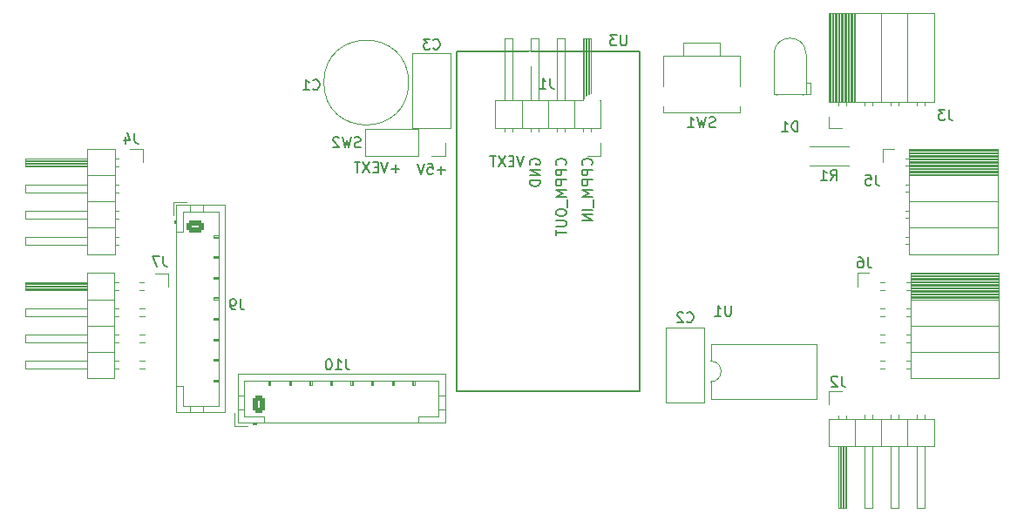
<source format=gbr>
%TF.GenerationSoftware,KiCad,Pcbnew,7.0.5*%
%TF.CreationDate,2023-08-30T18:26:20+02:00*%
%TF.ProjectId,Angle&Ana,416e676c-6526-4416-9e61-2e6b69636164,1.0*%
%TF.SameCoordinates,Original*%
%TF.FileFunction,Legend,Bot*%
%TF.FilePolarity,Positive*%
%FSLAX46Y46*%
G04 Gerber Fmt 4.6, Leading zero omitted, Abs format (unit mm)*
G04 Created by KiCad (PCBNEW 7.0.5) date 2023-08-30 18:26:20*
%MOMM*%
%LPD*%
G01*
G04 APERTURE LIST*
G04 Aperture macros list*
%AMRoundRect*
0 Rectangle with rounded corners*
0 $1 Rounding radius*
0 $2 $3 $4 $5 $6 $7 $8 $9 X,Y pos of 4 corners*
0 Add a 4 corners polygon primitive as box body*
4,1,4,$2,$3,$4,$5,$6,$7,$8,$9,$2,$3,0*
0 Add four circle primitives for the rounded corners*
1,1,$1+$1,$2,$3*
1,1,$1+$1,$4,$5*
1,1,$1+$1,$6,$7*
1,1,$1+$1,$8,$9*
0 Add four rect primitives between the rounded corners*
20,1,$1+$1,$2,$3,$4,$5,0*
20,1,$1+$1,$4,$5,$6,$7,0*
20,1,$1+$1,$6,$7,$8,$9,0*
20,1,$1+$1,$8,$9,$2,$3,0*%
%AMHorizOval*
0 Thick line with rounded ends*
0 $1 width*
0 $2 $3 position (X,Y) of the first rounded end (center of the circle)*
0 $4 $5 position (X,Y) of the second rounded end (center of the circle)*
0 Add line between two ends*
20,1,$1,$2,$3,$4,$5,0*
0 Add two circle primitives to create the rounded ends*
1,1,$1,$2,$3*
1,1,$1,$4,$5*%
%AMRotRect*
0 Rectangle, with rotation*
0 The origin of the aperture is its center*
0 $1 length*
0 $2 width*
0 $3 Rotation angle, in degrees counterclockwise*
0 Add horizontal line*
21,1,$1,$2,0,0,$3*%
G04 Aperture macros list end*
%ADD10C,0.150000*%
%ADD11C,0.120000*%
%ADD12HorizOval,1.700000X0.000000X0.000000X0.000000X0.000000X0*%
%ADD13RotRect,1.700000X1.700000X315.000000*%
%ADD14C,1.524000*%
%ADD15O,1.700000X1.700000*%
%ADD16R,1.700000X1.700000*%
%ADD17C,1.600000*%
%ADD18O,1.600000X1.600000*%
%ADD19R,1.600000X1.600000*%
%ADD20O,1.200000X1.750000*%
%ADD21RoundRect,0.250000X-0.350000X-0.625000X0.350000X-0.625000X0.350000X0.625000X-0.350000X0.625000X0*%
%ADD22O,1.750000X1.200000*%
%ADD23RoundRect,0.250000X-0.625000X0.350000X-0.625000X-0.350000X0.625000X-0.350000X0.625000X0.350000X0*%
%ADD24C,1.800000*%
%ADD25R,1.800000X1.800000*%
%ADD26C,2.000000*%
%ADD27C,1.727200*%
%ADD28R,1.727200X1.727200*%
%ADD29O,1.400000X1.400000*%
%ADD30C,1.400000*%
G04 APERTURE END LIST*
D10*
X30016220Y22736134D02*
X29254316Y22736134D01*
X29635268Y22355181D02*
X29635268Y23117086D01*
X28301935Y23355181D02*
X28778125Y23355181D01*
X28778125Y23355181D02*
X28825744Y22878991D01*
X28825744Y22878991D02*
X28778125Y22926610D01*
X28778125Y22926610D02*
X28682887Y22974229D01*
X28682887Y22974229D02*
X28444792Y22974229D01*
X28444792Y22974229D02*
X28349554Y22926610D01*
X28349554Y22926610D02*
X28301935Y22878991D01*
X28301935Y22878991D02*
X28254316Y22783753D01*
X28254316Y22783753D02*
X28254316Y22545658D01*
X28254316Y22545658D02*
X28301935Y22450420D01*
X28301935Y22450420D02*
X28349554Y22402800D01*
X28349554Y22402800D02*
X28444792Y22355181D01*
X28444792Y22355181D02*
X28682887Y22355181D01*
X28682887Y22355181D02*
X28778125Y22402800D01*
X28778125Y22402800D02*
X28825744Y22450420D01*
X27968601Y23355181D02*
X27635268Y22355181D01*
X27635268Y22355181D02*
X27301935Y23355181D01*
X44224580Y23221793D02*
X44272200Y23269412D01*
X44272200Y23269412D02*
X44319819Y23412269D01*
X44319819Y23412269D02*
X44319819Y23507507D01*
X44319819Y23507507D02*
X44272200Y23650364D01*
X44272200Y23650364D02*
X44176961Y23745602D01*
X44176961Y23745602D02*
X44081723Y23793221D01*
X44081723Y23793221D02*
X43891247Y23840840D01*
X43891247Y23840840D02*
X43748390Y23840840D01*
X43748390Y23840840D02*
X43557914Y23793221D01*
X43557914Y23793221D02*
X43462676Y23745602D01*
X43462676Y23745602D02*
X43367438Y23650364D01*
X43367438Y23650364D02*
X43319819Y23507507D01*
X43319819Y23507507D02*
X43319819Y23412269D01*
X43319819Y23412269D02*
X43367438Y23269412D01*
X43367438Y23269412D02*
X43415057Y23221793D01*
X44319819Y22793221D02*
X43319819Y22793221D01*
X43319819Y22793221D02*
X43319819Y22412269D01*
X43319819Y22412269D02*
X43367438Y22317031D01*
X43367438Y22317031D02*
X43415057Y22269412D01*
X43415057Y22269412D02*
X43510295Y22221793D01*
X43510295Y22221793D02*
X43653152Y22221793D01*
X43653152Y22221793D02*
X43748390Y22269412D01*
X43748390Y22269412D02*
X43796009Y22317031D01*
X43796009Y22317031D02*
X43843628Y22412269D01*
X43843628Y22412269D02*
X43843628Y22793221D01*
X44319819Y21793221D02*
X43319819Y21793221D01*
X43319819Y21793221D02*
X43319819Y21412269D01*
X43319819Y21412269D02*
X43367438Y21317031D01*
X43367438Y21317031D02*
X43415057Y21269412D01*
X43415057Y21269412D02*
X43510295Y21221793D01*
X43510295Y21221793D02*
X43653152Y21221793D01*
X43653152Y21221793D02*
X43748390Y21269412D01*
X43748390Y21269412D02*
X43796009Y21317031D01*
X43796009Y21317031D02*
X43843628Y21412269D01*
X43843628Y21412269D02*
X43843628Y21793221D01*
X44319819Y20793221D02*
X43319819Y20793221D01*
X43319819Y20793221D02*
X44034104Y20459888D01*
X44034104Y20459888D02*
X43319819Y20126555D01*
X43319819Y20126555D02*
X44319819Y20126555D01*
X44415057Y19888459D02*
X44415057Y19126555D01*
X44319819Y18888459D02*
X43319819Y18888459D01*
X44319819Y18412269D02*
X43319819Y18412269D01*
X43319819Y18412269D02*
X44319819Y17840841D01*
X44319819Y17840841D02*
X43319819Y17840841D01*
X41684580Y23221793D02*
X41732200Y23269412D01*
X41732200Y23269412D02*
X41779819Y23412269D01*
X41779819Y23412269D02*
X41779819Y23507507D01*
X41779819Y23507507D02*
X41732200Y23650364D01*
X41732200Y23650364D02*
X41636961Y23745602D01*
X41636961Y23745602D02*
X41541723Y23793221D01*
X41541723Y23793221D02*
X41351247Y23840840D01*
X41351247Y23840840D02*
X41208390Y23840840D01*
X41208390Y23840840D02*
X41017914Y23793221D01*
X41017914Y23793221D02*
X40922676Y23745602D01*
X40922676Y23745602D02*
X40827438Y23650364D01*
X40827438Y23650364D02*
X40779819Y23507507D01*
X40779819Y23507507D02*
X40779819Y23412269D01*
X40779819Y23412269D02*
X40827438Y23269412D01*
X40827438Y23269412D02*
X40875057Y23221793D01*
X41779819Y22793221D02*
X40779819Y22793221D01*
X40779819Y22793221D02*
X40779819Y22412269D01*
X40779819Y22412269D02*
X40827438Y22317031D01*
X40827438Y22317031D02*
X40875057Y22269412D01*
X40875057Y22269412D02*
X40970295Y22221793D01*
X40970295Y22221793D02*
X41113152Y22221793D01*
X41113152Y22221793D02*
X41208390Y22269412D01*
X41208390Y22269412D02*
X41256009Y22317031D01*
X41256009Y22317031D02*
X41303628Y22412269D01*
X41303628Y22412269D02*
X41303628Y22793221D01*
X41779819Y21793221D02*
X40779819Y21793221D01*
X40779819Y21793221D02*
X40779819Y21412269D01*
X40779819Y21412269D02*
X40827438Y21317031D01*
X40827438Y21317031D02*
X40875057Y21269412D01*
X40875057Y21269412D02*
X40970295Y21221793D01*
X40970295Y21221793D02*
X41113152Y21221793D01*
X41113152Y21221793D02*
X41208390Y21269412D01*
X41208390Y21269412D02*
X41256009Y21317031D01*
X41256009Y21317031D02*
X41303628Y21412269D01*
X41303628Y21412269D02*
X41303628Y21793221D01*
X41779819Y20793221D02*
X40779819Y20793221D01*
X40779819Y20793221D02*
X41494104Y20459888D01*
X41494104Y20459888D02*
X40779819Y20126555D01*
X40779819Y20126555D02*
X41779819Y20126555D01*
X41875057Y19888459D02*
X41875057Y19126555D01*
X40779819Y18697983D02*
X40779819Y18507507D01*
X40779819Y18507507D02*
X40827438Y18412269D01*
X40827438Y18412269D02*
X40922676Y18317031D01*
X40922676Y18317031D02*
X41113152Y18269412D01*
X41113152Y18269412D02*
X41446485Y18269412D01*
X41446485Y18269412D02*
X41636961Y18317031D01*
X41636961Y18317031D02*
X41732200Y18412269D01*
X41732200Y18412269D02*
X41779819Y18507507D01*
X41779819Y18507507D02*
X41779819Y18697983D01*
X41779819Y18697983D02*
X41732200Y18793221D01*
X41732200Y18793221D02*
X41636961Y18888459D01*
X41636961Y18888459D02*
X41446485Y18936078D01*
X41446485Y18936078D02*
X41113152Y18936078D01*
X41113152Y18936078D02*
X40922676Y18888459D01*
X40922676Y18888459D02*
X40827438Y18793221D01*
X40827438Y18793221D02*
X40779819Y18697983D01*
X40779819Y17840840D02*
X41589342Y17840840D01*
X41589342Y17840840D02*
X41684580Y17793221D01*
X41684580Y17793221D02*
X41732200Y17745602D01*
X41732200Y17745602D02*
X41779819Y17650364D01*
X41779819Y17650364D02*
X41779819Y17459888D01*
X41779819Y17459888D02*
X41732200Y17364650D01*
X41732200Y17364650D02*
X41684580Y17317031D01*
X41684580Y17317031D02*
X41589342Y17269412D01*
X41589342Y17269412D02*
X40779819Y17269412D01*
X40779819Y16936078D02*
X40779819Y16364650D01*
X41779819Y16650364D02*
X40779819Y16650364D01*
X38287438Y23269412D02*
X38239819Y23364650D01*
X38239819Y23364650D02*
X38239819Y23507507D01*
X38239819Y23507507D02*
X38287438Y23650364D01*
X38287438Y23650364D02*
X38382676Y23745602D01*
X38382676Y23745602D02*
X38477914Y23793221D01*
X38477914Y23793221D02*
X38668390Y23840840D01*
X38668390Y23840840D02*
X38811247Y23840840D01*
X38811247Y23840840D02*
X39001723Y23793221D01*
X39001723Y23793221D02*
X39096961Y23745602D01*
X39096961Y23745602D02*
X39192200Y23650364D01*
X39192200Y23650364D02*
X39239819Y23507507D01*
X39239819Y23507507D02*
X39239819Y23412269D01*
X39239819Y23412269D02*
X39192200Y23269412D01*
X39192200Y23269412D02*
X39144580Y23221793D01*
X39144580Y23221793D02*
X38811247Y23221793D01*
X38811247Y23221793D02*
X38811247Y23412269D01*
X39239819Y22793221D02*
X38239819Y22793221D01*
X38239819Y22793221D02*
X39239819Y22221793D01*
X39239819Y22221793D02*
X38239819Y22221793D01*
X39239819Y21745602D02*
X38239819Y21745602D01*
X38239819Y21745602D02*
X38239819Y21507507D01*
X38239819Y21507507D02*
X38287438Y21364650D01*
X38287438Y21364650D02*
X38382676Y21269412D01*
X38382676Y21269412D02*
X38477914Y21221793D01*
X38477914Y21221793D02*
X38668390Y21174174D01*
X38668390Y21174174D02*
X38811247Y21174174D01*
X38811247Y21174174D02*
X39001723Y21221793D01*
X39001723Y21221793D02*
X39096961Y21269412D01*
X39096961Y21269412D02*
X39192200Y21364650D01*
X39192200Y21364650D02*
X39239819Y21507507D01*
X39239819Y21507507D02*
X39239819Y21745602D01*
X25571220Y22863134D02*
X24809316Y22863134D01*
X25190268Y22482181D02*
X25190268Y23244086D01*
X24475982Y23482181D02*
X24142649Y22482181D01*
X24142649Y22482181D02*
X23809316Y23482181D01*
X23475982Y23005991D02*
X23142649Y23005991D01*
X22999792Y22482181D02*
X23475982Y22482181D01*
X23475982Y22482181D02*
X23475982Y23482181D01*
X23475982Y23482181D02*
X22999792Y23482181D01*
X22666458Y23482181D02*
X21999792Y22482181D01*
X21999792Y23482181D02*
X22666458Y22482181D01*
X21761696Y23482181D02*
X21190268Y23482181D01*
X21475982Y22482181D02*
X21475982Y23482181D01*
X37652077Y24117181D02*
X37318744Y23117181D01*
X37318744Y23117181D02*
X36985411Y24117181D01*
X36652077Y23640991D02*
X36318744Y23640991D01*
X36175887Y23117181D02*
X36652077Y23117181D01*
X36652077Y23117181D02*
X36652077Y24117181D01*
X36652077Y24117181D02*
X36175887Y24117181D01*
X35842553Y24117181D02*
X35175887Y23117181D01*
X35175887Y24117181D02*
X35842553Y23117181D01*
X34937791Y24117181D02*
X34366363Y24117181D01*
X34652077Y23117181D02*
X34652077Y24117181D01*
%TO.C,J7*%
X2619333Y14388181D02*
X2619333Y13673896D01*
X2619333Y13673896D02*
X2666952Y13531039D01*
X2666952Y13531039D02*
X2762190Y13435800D01*
X2762190Y13435800D02*
X2905047Y13388181D01*
X2905047Y13388181D02*
X3000285Y13388181D01*
X2238380Y14388181D02*
X1571714Y14388181D01*
X1571714Y14388181D02*
X2000285Y13388181D01*
%TO.C,C2*%
X53506666Y8022420D02*
X53554285Y7974800D01*
X53554285Y7974800D02*
X53697142Y7927181D01*
X53697142Y7927181D02*
X53792380Y7927181D01*
X53792380Y7927181D02*
X53935237Y7974800D01*
X53935237Y7974800D02*
X54030475Y8070039D01*
X54030475Y8070039D02*
X54078094Y8165277D01*
X54078094Y8165277D02*
X54125713Y8355753D01*
X54125713Y8355753D02*
X54125713Y8498610D01*
X54125713Y8498610D02*
X54078094Y8689086D01*
X54078094Y8689086D02*
X54030475Y8784324D01*
X54030475Y8784324D02*
X53935237Y8879562D01*
X53935237Y8879562D02*
X53792380Y8927181D01*
X53792380Y8927181D02*
X53697142Y8927181D01*
X53697142Y8927181D02*
X53554285Y8879562D01*
X53554285Y8879562D02*
X53506666Y8831943D01*
X53125713Y8831943D02*
X53078094Y8879562D01*
X53078094Y8879562D02*
X52982856Y8927181D01*
X52982856Y8927181D02*
X52744761Y8927181D01*
X52744761Y8927181D02*
X52649523Y8879562D01*
X52649523Y8879562D02*
X52601904Y8831943D01*
X52601904Y8831943D02*
X52554285Y8736705D01*
X52554285Y8736705D02*
X52554285Y8641467D01*
X52554285Y8641467D02*
X52601904Y8498610D01*
X52601904Y8498610D02*
X53173332Y7927181D01*
X53173332Y7927181D02*
X52554285Y7927181D01*
%TO.C,C3*%
X28868666Y34565420D02*
X28916285Y34517800D01*
X28916285Y34517800D02*
X29059142Y34470181D01*
X29059142Y34470181D02*
X29154380Y34470181D01*
X29154380Y34470181D02*
X29297237Y34517800D01*
X29297237Y34517800D02*
X29392475Y34613039D01*
X29392475Y34613039D02*
X29440094Y34708277D01*
X29440094Y34708277D02*
X29487713Y34898753D01*
X29487713Y34898753D02*
X29487713Y35041610D01*
X29487713Y35041610D02*
X29440094Y35232086D01*
X29440094Y35232086D02*
X29392475Y35327324D01*
X29392475Y35327324D02*
X29297237Y35422562D01*
X29297237Y35422562D02*
X29154380Y35470181D01*
X29154380Y35470181D02*
X29059142Y35470181D01*
X29059142Y35470181D02*
X28916285Y35422562D01*
X28916285Y35422562D02*
X28868666Y35374943D01*
X28535332Y35470181D02*
X27916285Y35470181D01*
X27916285Y35470181D02*
X28249618Y35089229D01*
X28249618Y35089229D02*
X28106761Y35089229D01*
X28106761Y35089229D02*
X28011523Y35041610D01*
X28011523Y35041610D02*
X27963904Y34993991D01*
X27963904Y34993991D02*
X27916285Y34898753D01*
X27916285Y34898753D02*
X27916285Y34660658D01*
X27916285Y34660658D02*
X27963904Y34565420D01*
X27963904Y34565420D02*
X28011523Y34517800D01*
X28011523Y34517800D02*
X28106761Y34470181D01*
X28106761Y34470181D02*
X28392475Y34470181D01*
X28392475Y34470181D02*
X28487713Y34517800D01*
X28487713Y34517800D02*
X28535332Y34565420D01*
%TO.C,U1*%
X57784904Y9562181D02*
X57784904Y8752658D01*
X57784904Y8752658D02*
X57737285Y8657420D01*
X57737285Y8657420D02*
X57689666Y8609800D01*
X57689666Y8609800D02*
X57594428Y8562181D01*
X57594428Y8562181D02*
X57403952Y8562181D01*
X57403952Y8562181D02*
X57308714Y8609800D01*
X57308714Y8609800D02*
X57261095Y8657420D01*
X57261095Y8657420D02*
X57213476Y8752658D01*
X57213476Y8752658D02*
X57213476Y9562181D01*
X56213476Y8562181D02*
X56784904Y8562181D01*
X56499190Y8562181D02*
X56499190Y9562181D01*
X56499190Y9562181D02*
X56594428Y9419324D01*
X56594428Y9419324D02*
X56689666Y9324086D01*
X56689666Y9324086D02*
X56784904Y9276467D01*
%TO.C,J10*%
X20367523Y4355181D02*
X20367523Y3640896D01*
X20367523Y3640896D02*
X20415142Y3498039D01*
X20415142Y3498039D02*
X20510380Y3402800D01*
X20510380Y3402800D02*
X20653237Y3355181D01*
X20653237Y3355181D02*
X20748475Y3355181D01*
X19367523Y3355181D02*
X19938951Y3355181D01*
X19653237Y3355181D02*
X19653237Y4355181D01*
X19653237Y4355181D02*
X19748475Y4212324D01*
X19748475Y4212324D02*
X19843713Y4117086D01*
X19843713Y4117086D02*
X19938951Y4069467D01*
X18748475Y4355181D02*
X18653237Y4355181D01*
X18653237Y4355181D02*
X18557999Y4307562D01*
X18557999Y4307562D02*
X18510380Y4259943D01*
X18510380Y4259943D02*
X18462761Y4164705D01*
X18462761Y4164705D02*
X18415142Y3974229D01*
X18415142Y3974229D02*
X18415142Y3736134D01*
X18415142Y3736134D02*
X18462761Y3545658D01*
X18462761Y3545658D02*
X18510380Y3450420D01*
X18510380Y3450420D02*
X18557999Y3402800D01*
X18557999Y3402800D02*
X18653237Y3355181D01*
X18653237Y3355181D02*
X18748475Y3355181D01*
X18748475Y3355181D02*
X18843713Y3402800D01*
X18843713Y3402800D02*
X18891332Y3450420D01*
X18891332Y3450420D02*
X18938951Y3545658D01*
X18938951Y3545658D02*
X18986570Y3736134D01*
X18986570Y3736134D02*
X18986570Y3974229D01*
X18986570Y3974229D02*
X18938951Y4164705D01*
X18938951Y4164705D02*
X18891332Y4259943D01*
X18891332Y4259943D02*
X18843713Y4307562D01*
X18843713Y4307562D02*
X18748475Y4355181D01*
%TO.C,SW2*%
X21780332Y24992800D02*
X21637475Y24945181D01*
X21637475Y24945181D02*
X21399380Y24945181D01*
X21399380Y24945181D02*
X21304142Y24992800D01*
X21304142Y24992800D02*
X21256523Y25040420D01*
X21256523Y25040420D02*
X21208904Y25135658D01*
X21208904Y25135658D02*
X21208904Y25230896D01*
X21208904Y25230896D02*
X21256523Y25326134D01*
X21256523Y25326134D02*
X21304142Y25373753D01*
X21304142Y25373753D02*
X21399380Y25421372D01*
X21399380Y25421372D02*
X21589856Y25468991D01*
X21589856Y25468991D02*
X21685094Y25516610D01*
X21685094Y25516610D02*
X21732713Y25564229D01*
X21732713Y25564229D02*
X21780332Y25659467D01*
X21780332Y25659467D02*
X21780332Y25754705D01*
X21780332Y25754705D02*
X21732713Y25849943D01*
X21732713Y25849943D02*
X21685094Y25897562D01*
X21685094Y25897562D02*
X21589856Y25945181D01*
X21589856Y25945181D02*
X21351761Y25945181D01*
X21351761Y25945181D02*
X21208904Y25897562D01*
X20875570Y25945181D02*
X20637475Y24945181D01*
X20637475Y24945181D02*
X20446999Y25659467D01*
X20446999Y25659467D02*
X20256523Y24945181D01*
X20256523Y24945181D02*
X20018428Y25945181D01*
X19685094Y25849943D02*
X19637475Y25897562D01*
X19637475Y25897562D02*
X19542237Y25945181D01*
X19542237Y25945181D02*
X19304142Y25945181D01*
X19304142Y25945181D02*
X19208904Y25897562D01*
X19208904Y25897562D02*
X19161285Y25849943D01*
X19161285Y25849943D02*
X19113666Y25754705D01*
X19113666Y25754705D02*
X19113666Y25659467D01*
X19113666Y25659467D02*
X19161285Y25516610D01*
X19161285Y25516610D02*
X19732713Y24945181D01*
X19732713Y24945181D02*
X19113666Y24945181D01*
%TO.C,J3*%
X78946333Y28612181D02*
X78946333Y27897896D01*
X78946333Y27897896D02*
X78993952Y27755039D01*
X78993952Y27755039D02*
X79089190Y27659800D01*
X79089190Y27659800D02*
X79232047Y27612181D01*
X79232047Y27612181D02*
X79327285Y27612181D01*
X78565380Y28612181D02*
X77946333Y28612181D01*
X77946333Y28612181D02*
X78279666Y28231229D01*
X78279666Y28231229D02*
X78136809Y28231229D01*
X78136809Y28231229D02*
X78041571Y28183610D01*
X78041571Y28183610D02*
X77993952Y28135991D01*
X77993952Y28135991D02*
X77946333Y28040753D01*
X77946333Y28040753D02*
X77946333Y27802658D01*
X77946333Y27802658D02*
X77993952Y27707420D01*
X77993952Y27707420D02*
X78041571Y27659800D01*
X78041571Y27659800D02*
X78136809Y27612181D01*
X78136809Y27612181D02*
X78422523Y27612181D01*
X78422523Y27612181D02*
X78517761Y27659800D01*
X78517761Y27659800D02*
X78565380Y27707420D01*
%TO.C,C1*%
X17184666Y30628420D02*
X17232285Y30580800D01*
X17232285Y30580800D02*
X17375142Y30533181D01*
X17375142Y30533181D02*
X17470380Y30533181D01*
X17470380Y30533181D02*
X17613237Y30580800D01*
X17613237Y30580800D02*
X17708475Y30676039D01*
X17708475Y30676039D02*
X17756094Y30771277D01*
X17756094Y30771277D02*
X17803713Y30961753D01*
X17803713Y30961753D02*
X17803713Y31104610D01*
X17803713Y31104610D02*
X17756094Y31295086D01*
X17756094Y31295086D02*
X17708475Y31390324D01*
X17708475Y31390324D02*
X17613237Y31485562D01*
X17613237Y31485562D02*
X17470380Y31533181D01*
X17470380Y31533181D02*
X17375142Y31533181D01*
X17375142Y31533181D02*
X17232285Y31485562D01*
X17232285Y31485562D02*
X17184666Y31437943D01*
X16232285Y30533181D02*
X16803713Y30533181D01*
X16517999Y30533181D02*
X16517999Y31533181D01*
X16517999Y31533181D02*
X16613237Y31390324D01*
X16613237Y31390324D02*
X16708475Y31295086D01*
X16708475Y31295086D02*
X16803713Y31247467D01*
%TO.C,J9*%
X10112333Y10197181D02*
X10112333Y9482896D01*
X10112333Y9482896D02*
X10159952Y9340039D01*
X10159952Y9340039D02*
X10255190Y9244800D01*
X10255190Y9244800D02*
X10398047Y9197181D01*
X10398047Y9197181D02*
X10493285Y9197181D01*
X9588523Y9197181D02*
X9398047Y9197181D01*
X9398047Y9197181D02*
X9302809Y9244800D01*
X9302809Y9244800D02*
X9255190Y9292420D01*
X9255190Y9292420D02*
X9159952Y9435277D01*
X9159952Y9435277D02*
X9112333Y9625753D01*
X9112333Y9625753D02*
X9112333Y10006705D01*
X9112333Y10006705D02*
X9159952Y10101943D01*
X9159952Y10101943D02*
X9207571Y10149562D01*
X9207571Y10149562D02*
X9302809Y10197181D01*
X9302809Y10197181D02*
X9493285Y10197181D01*
X9493285Y10197181D02*
X9588523Y10149562D01*
X9588523Y10149562D02*
X9636142Y10101943D01*
X9636142Y10101943D02*
X9683761Y10006705D01*
X9683761Y10006705D02*
X9683761Y9768610D01*
X9683761Y9768610D02*
X9636142Y9673372D01*
X9636142Y9673372D02*
X9588523Y9625753D01*
X9588523Y9625753D02*
X9493285Y9578134D01*
X9493285Y9578134D02*
X9302809Y9578134D01*
X9302809Y9578134D02*
X9207571Y9625753D01*
X9207571Y9625753D02*
X9159952Y9673372D01*
X9159952Y9673372D02*
X9112333Y9768610D01*
%TO.C,J6*%
X71072333Y14261181D02*
X71072333Y13546896D01*
X71072333Y13546896D02*
X71119952Y13404039D01*
X71119952Y13404039D02*
X71215190Y13308800D01*
X71215190Y13308800D02*
X71358047Y13261181D01*
X71358047Y13261181D02*
X71453285Y13261181D01*
X70167571Y14261181D02*
X70358047Y14261181D01*
X70358047Y14261181D02*
X70453285Y14213562D01*
X70453285Y14213562D02*
X70500904Y14165943D01*
X70500904Y14165943D02*
X70596142Y14023086D01*
X70596142Y14023086D02*
X70643761Y13832610D01*
X70643761Y13832610D02*
X70643761Y13451658D01*
X70643761Y13451658D02*
X70596142Y13356420D01*
X70596142Y13356420D02*
X70548523Y13308800D01*
X70548523Y13308800D02*
X70453285Y13261181D01*
X70453285Y13261181D02*
X70262809Y13261181D01*
X70262809Y13261181D02*
X70167571Y13308800D01*
X70167571Y13308800D02*
X70119952Y13356420D01*
X70119952Y13356420D02*
X70072333Y13451658D01*
X70072333Y13451658D02*
X70072333Y13689753D01*
X70072333Y13689753D02*
X70119952Y13784991D01*
X70119952Y13784991D02*
X70167571Y13832610D01*
X70167571Y13832610D02*
X70262809Y13880229D01*
X70262809Y13880229D02*
X70453285Y13880229D01*
X70453285Y13880229D02*
X70548523Y13832610D01*
X70548523Y13832610D02*
X70596142Y13784991D01*
X70596142Y13784991D02*
X70643761Y13689753D01*
%TO.C,D1*%
X64258094Y26510181D02*
X64258094Y27510181D01*
X64258094Y27510181D02*
X64019999Y27510181D01*
X64019999Y27510181D02*
X63877142Y27462562D01*
X63877142Y27462562D02*
X63781904Y27367324D01*
X63781904Y27367324D02*
X63734285Y27272086D01*
X63734285Y27272086D02*
X63686666Y27081610D01*
X63686666Y27081610D02*
X63686666Y26938753D01*
X63686666Y26938753D02*
X63734285Y26748277D01*
X63734285Y26748277D02*
X63781904Y26653039D01*
X63781904Y26653039D02*
X63877142Y26557800D01*
X63877142Y26557800D02*
X64019999Y26510181D01*
X64019999Y26510181D02*
X64258094Y26510181D01*
X62734285Y26510181D02*
X63305713Y26510181D01*
X63019999Y26510181D02*
X63019999Y27510181D01*
X63019999Y27510181D02*
X63115237Y27367324D01*
X63115237Y27367324D02*
X63210475Y27272086D01*
X63210475Y27272086D02*
X63305713Y27224467D01*
%TO.C,SW1*%
X56253332Y26937800D02*
X56110475Y26890181D01*
X56110475Y26890181D02*
X55872380Y26890181D01*
X55872380Y26890181D02*
X55777142Y26937800D01*
X55777142Y26937800D02*
X55729523Y26985420D01*
X55729523Y26985420D02*
X55681904Y27080658D01*
X55681904Y27080658D02*
X55681904Y27175896D01*
X55681904Y27175896D02*
X55729523Y27271134D01*
X55729523Y27271134D02*
X55777142Y27318753D01*
X55777142Y27318753D02*
X55872380Y27366372D01*
X55872380Y27366372D02*
X56062856Y27413991D01*
X56062856Y27413991D02*
X56158094Y27461610D01*
X56158094Y27461610D02*
X56205713Y27509229D01*
X56205713Y27509229D02*
X56253332Y27604467D01*
X56253332Y27604467D02*
X56253332Y27699705D01*
X56253332Y27699705D02*
X56205713Y27794943D01*
X56205713Y27794943D02*
X56158094Y27842562D01*
X56158094Y27842562D02*
X56062856Y27890181D01*
X56062856Y27890181D02*
X55824761Y27890181D01*
X55824761Y27890181D02*
X55681904Y27842562D01*
X55348570Y27890181D02*
X55110475Y26890181D01*
X55110475Y26890181D02*
X54919999Y27604467D01*
X54919999Y27604467D02*
X54729523Y26890181D01*
X54729523Y26890181D02*
X54491428Y27890181D01*
X53586666Y26890181D02*
X54158094Y26890181D01*
X53872380Y26890181D02*
X53872380Y27890181D01*
X53872380Y27890181D02*
X53967618Y27747324D01*
X53967618Y27747324D02*
X54062856Y27652086D01*
X54062856Y27652086D02*
X54158094Y27604467D01*
%TO.C,U3*%
X47624904Y35851181D02*
X47624904Y35041658D01*
X47624904Y35041658D02*
X47577285Y34946420D01*
X47577285Y34946420D02*
X47529666Y34898800D01*
X47529666Y34898800D02*
X47434428Y34851181D01*
X47434428Y34851181D02*
X47243952Y34851181D01*
X47243952Y34851181D02*
X47148714Y34898800D01*
X47148714Y34898800D02*
X47101095Y34946420D01*
X47101095Y34946420D02*
X47053476Y35041658D01*
X47053476Y35041658D02*
X47053476Y35851181D01*
X46672523Y35851181D02*
X46053476Y35851181D01*
X46053476Y35851181D02*
X46386809Y35470229D01*
X46386809Y35470229D02*
X46243952Y35470229D01*
X46243952Y35470229D02*
X46148714Y35422610D01*
X46148714Y35422610D02*
X46101095Y35374991D01*
X46101095Y35374991D02*
X46053476Y35279753D01*
X46053476Y35279753D02*
X46053476Y35041658D01*
X46053476Y35041658D02*
X46101095Y34946420D01*
X46101095Y34946420D02*
X46148714Y34898800D01*
X46148714Y34898800D02*
X46243952Y34851181D01*
X46243952Y34851181D02*
X46529666Y34851181D01*
X46529666Y34851181D02*
X46624904Y34898800D01*
X46624904Y34898800D02*
X46672523Y34946420D01*
%TO.C,J1*%
X40211333Y31660181D02*
X40211333Y30945896D01*
X40211333Y30945896D02*
X40258952Y30803039D01*
X40258952Y30803039D02*
X40354190Y30707800D01*
X40354190Y30707800D02*
X40497047Y30660181D01*
X40497047Y30660181D02*
X40592285Y30660181D01*
X39211333Y30660181D02*
X39782761Y30660181D01*
X39497047Y30660181D02*
X39497047Y31660181D01*
X39497047Y31660181D02*
X39592285Y31517324D01*
X39592285Y31517324D02*
X39687523Y31422086D01*
X39687523Y31422086D02*
X39782761Y31374467D01*
%TO.C,J5*%
X71834333Y22262181D02*
X71834333Y21547896D01*
X71834333Y21547896D02*
X71881952Y21405039D01*
X71881952Y21405039D02*
X71977190Y21309800D01*
X71977190Y21309800D02*
X72120047Y21262181D01*
X72120047Y21262181D02*
X72215285Y21262181D01*
X70881952Y22262181D02*
X71358142Y22262181D01*
X71358142Y22262181D02*
X71405761Y21785991D01*
X71405761Y21785991D02*
X71358142Y21833610D01*
X71358142Y21833610D02*
X71262904Y21881229D01*
X71262904Y21881229D02*
X71024809Y21881229D01*
X71024809Y21881229D02*
X70929571Y21833610D01*
X70929571Y21833610D02*
X70881952Y21785991D01*
X70881952Y21785991D02*
X70834333Y21690753D01*
X70834333Y21690753D02*
X70834333Y21452658D01*
X70834333Y21452658D02*
X70881952Y21357420D01*
X70881952Y21357420D02*
X70929571Y21309800D01*
X70929571Y21309800D02*
X71024809Y21262181D01*
X71024809Y21262181D02*
X71262904Y21262181D01*
X71262904Y21262181D02*
X71358142Y21309800D01*
X71358142Y21309800D02*
X71405761Y21357420D01*
%TO.C,R1*%
X67476666Y21755181D02*
X67809999Y22231372D01*
X68048094Y21755181D02*
X68048094Y22755181D01*
X68048094Y22755181D02*
X67667142Y22755181D01*
X67667142Y22755181D02*
X67571904Y22707562D01*
X67571904Y22707562D02*
X67524285Y22659943D01*
X67524285Y22659943D02*
X67476666Y22564705D01*
X67476666Y22564705D02*
X67476666Y22421848D01*
X67476666Y22421848D02*
X67524285Y22326610D01*
X67524285Y22326610D02*
X67571904Y22278991D01*
X67571904Y22278991D02*
X67667142Y22231372D01*
X67667142Y22231372D02*
X68048094Y22231372D01*
X66524285Y21755181D02*
X67095713Y21755181D01*
X66809999Y21755181D02*
X66809999Y22755181D01*
X66809999Y22755181D02*
X66905237Y22612324D01*
X66905237Y22612324D02*
X67000475Y22517086D01*
X67000475Y22517086D02*
X67095713Y22469467D01*
%TO.C,J4*%
X-174667Y26326181D02*
X-174667Y25611896D01*
X-174667Y25611896D02*
X-127048Y25469039D01*
X-127048Y25469039D02*
X-31810Y25373800D01*
X-31810Y25373800D02*
X111047Y25326181D01*
X111047Y25326181D02*
X206285Y25326181D01*
X-1079429Y25992848D02*
X-1079429Y25326181D01*
X-841334Y26373800D02*
X-603239Y25659515D01*
X-603239Y25659515D02*
X-1222286Y25659515D01*
%TO.C,J2*%
X68532333Y2704181D02*
X68532333Y1989896D01*
X68532333Y1989896D02*
X68579952Y1847039D01*
X68579952Y1847039D02*
X68675190Y1751800D01*
X68675190Y1751800D02*
X68818047Y1704181D01*
X68818047Y1704181D02*
X68913285Y1704181D01*
X68103761Y2608943D02*
X68056142Y2656562D01*
X68056142Y2656562D02*
X67960904Y2704181D01*
X67960904Y2704181D02*
X67722809Y2704181D01*
X67722809Y2704181D02*
X67627571Y2656562D01*
X67627571Y2656562D02*
X67579952Y2608943D01*
X67579952Y2608943D02*
X67532333Y2513705D01*
X67532333Y2513705D02*
X67532333Y2418467D01*
X67532333Y2418467D02*
X67579952Y2275610D01*
X67579952Y2275610D02*
X68151380Y1704181D01*
X68151380Y1704181D02*
X67532333Y1704181D01*
D11*
%TO.C,J7*%
X-10800000Y11810000D02*
X-10800000Y11050000D01*
X-10800000Y11050000D02*
X-4800000Y11050000D01*
X-10800000Y9270000D02*
X-10800000Y8510000D01*
X-10800000Y8510000D02*
X-4800000Y8510000D01*
X-10800000Y6730000D02*
X-10800000Y5970000D01*
X-10800000Y5970000D02*
X-4800000Y5970000D01*
X-10800000Y4190000D02*
X-10800000Y3430000D01*
X-10800000Y3430000D02*
X-4800000Y3430000D01*
X-4800000Y12760000D02*
X-2140000Y12760000D01*
X-4800000Y11810000D02*
X-10800000Y11810000D01*
X-4800000Y11750000D02*
X-10800000Y11750000D01*
X-4800000Y11630000D02*
X-10800000Y11630000D01*
X-4800000Y11510000D02*
X-10800000Y11510000D01*
X-4800000Y11390000D02*
X-10800000Y11390000D01*
X-4800000Y11270000D02*
X-10800000Y11270000D01*
X-4800000Y11150000D02*
X-10800000Y11150000D01*
X-4800000Y9270000D02*
X-10800000Y9270000D01*
X-4800000Y6730000D02*
X-10800000Y6730000D01*
X-4800000Y4190000D02*
X-10800000Y4190000D01*
X-4800000Y2480000D02*
X-4800000Y12760000D01*
X-2140000Y12760000D02*
X-2140000Y2480000D01*
X-2140000Y10160000D02*
X-4800000Y10160000D01*
X-2140000Y7620000D02*
X-4800000Y7620000D01*
X-2140000Y5080000D02*
X-4800000Y5080000D01*
X-2140000Y2480000D02*
X-4800000Y2480000D01*
X-1742929Y11810000D02*
X-2140000Y11810000D01*
X-1742929Y11050000D02*
X-2140000Y11050000D01*
X-1742929Y9270000D02*
X-2140000Y9270000D01*
X-1742929Y8510000D02*
X-2140000Y8510000D01*
X-1742929Y6730000D02*
X-2140000Y6730000D01*
X-1742929Y5970000D02*
X-2140000Y5970000D01*
X-1742929Y4190000D02*
X-2140000Y4190000D01*
X-1742929Y3430000D02*
X-2140000Y3430000D01*
X730000Y11810000D02*
X342929Y11810000D01*
X730000Y11050000D02*
X342929Y11050000D01*
X797071Y9270000D02*
X342929Y9270000D01*
X797071Y8510000D02*
X342929Y8510000D01*
X797071Y6730000D02*
X342929Y6730000D01*
X797071Y5970000D02*
X342929Y5970000D01*
X797071Y4190000D02*
X342929Y4190000D01*
X797071Y3430000D02*
X342929Y3430000D01*
X3110000Y12700000D02*
X1840000Y12700000D01*
X3110000Y11430000D02*
X3110000Y12700000D01*
%TO.C,C2*%
X55210000Y7390000D02*
X51470000Y7390000D01*
X55210000Y150000D02*
X55210000Y7390000D01*
X55210000Y150000D02*
X51470000Y150000D01*
X51470000Y150000D02*
X51470000Y7390000D01*
%TO.C,C3*%
X26832000Y26860000D02*
X30572000Y26860000D01*
X26832000Y34100000D02*
X26832000Y26860000D01*
X26832000Y34100000D02*
X30572000Y34100000D01*
X30572000Y34100000D02*
X30572000Y26860000D01*
%TO.C,U1*%
X55820000Y2175000D02*
G75*
G03*
X55820000Y4175000I0J1000000D01*
G01*
X55820000Y525000D02*
X55820000Y2175000D01*
X66100000Y525000D02*
X55820000Y525000D01*
X55820000Y4175000D02*
X55820000Y5825000D01*
X55820000Y5825000D02*
X66100000Y5825000D01*
X66100000Y5825000D02*
X66100000Y525000D01*
%TO.C,J10*%
X30000000Y-1810000D02*
X9880000Y-1810000D01*
X30000000Y-500000D02*
X29390000Y-500000D01*
X30000000Y800000D02*
X29390000Y800000D01*
X30000000Y2910000D02*
X30000000Y-1810000D01*
X29390000Y-1200000D02*
X27440000Y-1200000D01*
X29390000Y2300000D02*
X29390000Y-1200000D01*
X27440000Y-1200000D02*
X27440000Y-1810000D01*
X27040000Y1800000D02*
X27040000Y2300000D01*
X26940000Y2300000D02*
X26940000Y1800000D01*
X26840000Y1800000D02*
X27040000Y1800000D01*
X26840000Y2300000D02*
X26840000Y1800000D01*
X25040000Y1800000D02*
X25040000Y2300000D01*
X24940000Y2300000D02*
X24940000Y1800000D01*
X24840000Y1800000D02*
X25040000Y1800000D01*
X24840000Y2300000D02*
X24840000Y1800000D01*
X23040000Y1800000D02*
X23040000Y2300000D01*
X22940000Y2300000D02*
X22940000Y1800000D01*
X22840000Y1800000D02*
X23040000Y1800000D01*
X22840000Y2300000D02*
X22840000Y1800000D01*
X21040000Y1800000D02*
X21040000Y2300000D01*
X20940000Y2300000D02*
X20940000Y1800000D01*
X20840000Y1800000D02*
X21040000Y1800000D01*
X20840000Y2300000D02*
X20840000Y1800000D01*
X19040000Y1800000D02*
X19040000Y2300000D01*
X18940000Y2300000D02*
X18940000Y1800000D01*
X18840000Y1800000D02*
X19040000Y1800000D01*
X18840000Y2300000D02*
X18840000Y1800000D01*
X17040000Y1800000D02*
X17040000Y2300000D01*
X16940000Y2300000D02*
X16940000Y1800000D01*
X16840000Y1800000D02*
X17040000Y1800000D01*
X16840000Y2300000D02*
X16840000Y1800000D01*
X15040000Y1800000D02*
X15040000Y2300000D01*
X14940000Y2300000D02*
X14940000Y1800000D01*
X14840000Y1800000D02*
X15040000Y1800000D01*
X14840000Y2300000D02*
X14840000Y1800000D01*
X13040000Y1800000D02*
X13040000Y2300000D01*
X12940000Y2300000D02*
X12940000Y1800000D01*
X12840000Y1800000D02*
X13040000Y1800000D01*
X12840000Y2300000D02*
X12840000Y1800000D01*
X12440000Y-1810000D02*
X12440000Y-1200000D01*
X12440000Y-1200000D02*
X10490000Y-1200000D01*
X11640000Y-2010000D02*
X11340000Y-2010000D01*
X11640000Y-1910000D02*
X11340000Y-1910000D01*
X11640000Y-1810000D02*
X11640000Y-2010000D01*
X11340000Y-2010000D02*
X11340000Y-1810000D01*
X10830000Y-2110000D02*
X9580000Y-2110000D01*
X10490000Y-1200000D02*
X10490000Y2300000D01*
X10490000Y2300000D02*
X29390000Y2300000D01*
X9880000Y-1810000D02*
X9880000Y2910000D01*
X9880000Y-500000D02*
X10490000Y-500000D01*
X9880000Y800000D02*
X10490000Y800000D01*
X9880000Y2910000D02*
X30000000Y2910000D01*
X9580000Y-2110000D02*
X9580000Y-860000D01*
%TO.C,SW2*%
X27417000Y26730000D02*
X22277000Y26730000D01*
X30017000Y24070000D02*
X30017000Y25400000D01*
X28687000Y24070000D02*
X30017000Y24070000D01*
X27417000Y24070000D02*
X27417000Y26730000D01*
X27417000Y24070000D02*
X22277000Y24070000D01*
X22277000Y24070000D02*
X22277000Y26730000D01*
%TO.C,J3*%
X67250000Y26830000D02*
X68580000Y26830000D01*
X67250000Y27940000D02*
X67250000Y26830000D01*
X67250000Y29400000D02*
X77530000Y29400000D01*
X68220000Y29400000D02*
X68220000Y29050000D01*
X68940000Y29400000D02*
X68940000Y29050000D01*
X70760000Y29400000D02*
X70760000Y28990000D01*
X71480000Y29400000D02*
X71480000Y28990000D01*
X73300000Y29400000D02*
X73300000Y28990000D01*
X74020000Y29400000D02*
X74020000Y28990000D01*
X75840000Y29400000D02*
X75840000Y28990000D01*
X76560000Y29400000D02*
X76560000Y28990000D01*
X67250000Y38030000D02*
X67250000Y29400000D01*
X67250000Y38030000D02*
X77530000Y38030000D01*
X67370000Y38030000D02*
X67370000Y29400000D01*
X67488095Y38030000D02*
X67488095Y29400000D01*
X67606190Y38030000D02*
X67606190Y29400000D01*
X67724285Y38030000D02*
X67724285Y29400000D01*
X67842380Y38030000D02*
X67842380Y29400000D01*
X67960475Y38030000D02*
X67960475Y29400000D01*
X68078570Y38030000D02*
X68078570Y29400000D01*
X68196665Y38030000D02*
X68196665Y29400000D01*
X68314760Y38030000D02*
X68314760Y29400000D01*
X68432855Y38030000D02*
X68432855Y29400000D01*
X68550950Y38030000D02*
X68550950Y29400000D01*
X68669045Y38030000D02*
X68669045Y29400000D01*
X68787140Y38030000D02*
X68787140Y29400000D01*
X68905235Y38030000D02*
X68905235Y29400000D01*
X69023330Y38030000D02*
X69023330Y29400000D01*
X69141425Y38030000D02*
X69141425Y29400000D01*
X69259520Y38030000D02*
X69259520Y29400000D01*
X69377615Y38030000D02*
X69377615Y29400000D01*
X69495710Y38030000D02*
X69495710Y29400000D01*
X69613805Y38030000D02*
X69613805Y29400000D01*
X69731900Y38030000D02*
X69731900Y29400000D01*
X69850000Y38030000D02*
X69850000Y29400000D01*
X72390000Y38030000D02*
X72390000Y29400000D01*
X74930000Y38030000D02*
X74930000Y29400000D01*
X77530000Y38030000D02*
X77530000Y29400000D01*
%TO.C,C1*%
X26472000Y31242000D02*
G75*
G03*
X26472000Y31242000I-4120000J0D01*
G01*
%TO.C,J9*%
X3905000Y-790000D02*
X3905000Y19330000D01*
X5215000Y-790000D02*
X5215000Y-180000D01*
X6515000Y-790000D02*
X6515000Y-180000D01*
X8625000Y-790000D02*
X3905000Y-790000D01*
X4515000Y-180000D02*
X4515000Y1770000D01*
X8015000Y-180000D02*
X4515000Y-180000D01*
X4515000Y1770000D02*
X3905000Y1770000D01*
X7515000Y2170000D02*
X8015000Y2170000D01*
X8015000Y2270000D02*
X7515000Y2270000D01*
X7515000Y2370000D02*
X7515000Y2170000D01*
X8015000Y2370000D02*
X7515000Y2370000D01*
X7515000Y4170000D02*
X8015000Y4170000D01*
X8015000Y4270000D02*
X7515000Y4270000D01*
X7515000Y4370000D02*
X7515000Y4170000D01*
X8015000Y4370000D02*
X7515000Y4370000D01*
X7515000Y6170000D02*
X8015000Y6170000D01*
X8015000Y6270000D02*
X7515000Y6270000D01*
X7515000Y6370000D02*
X7515000Y6170000D01*
X8015000Y6370000D02*
X7515000Y6370000D01*
X7515000Y8170000D02*
X8015000Y8170000D01*
X8015000Y8270000D02*
X7515000Y8270000D01*
X7515000Y8370000D02*
X7515000Y8170000D01*
X8015000Y8370000D02*
X7515000Y8370000D01*
X7515000Y10170000D02*
X8015000Y10170000D01*
X8015000Y10270000D02*
X7515000Y10270000D01*
X7515000Y10370000D02*
X7515000Y10170000D01*
X8015000Y10370000D02*
X7515000Y10370000D01*
X7515000Y12170000D02*
X8015000Y12170000D01*
X8015000Y12270000D02*
X7515000Y12270000D01*
X7515000Y12370000D02*
X7515000Y12170000D01*
X8015000Y12370000D02*
X7515000Y12370000D01*
X7515000Y14170000D02*
X8015000Y14170000D01*
X8015000Y14270000D02*
X7515000Y14270000D01*
X7515000Y14370000D02*
X7515000Y14170000D01*
X8015000Y14370000D02*
X7515000Y14370000D01*
X7515000Y16170000D02*
X8015000Y16170000D01*
X8015000Y16270000D02*
X7515000Y16270000D01*
X7515000Y16370000D02*
X7515000Y16170000D01*
X8015000Y16370000D02*
X7515000Y16370000D01*
X3905000Y16770000D02*
X4515000Y16770000D01*
X4515000Y16770000D02*
X4515000Y18720000D01*
X3705000Y17570000D02*
X3705000Y17870000D01*
X3805000Y17570000D02*
X3805000Y17870000D01*
X3905000Y17570000D02*
X3705000Y17570000D01*
X3705000Y17870000D02*
X3905000Y17870000D01*
X3605000Y18380000D02*
X3605000Y19630000D01*
X4515000Y18720000D02*
X8015000Y18720000D01*
X8015000Y18720000D02*
X8015000Y-180000D01*
X3905000Y19330000D02*
X8625000Y19330000D01*
X5215000Y19330000D02*
X5215000Y18720000D01*
X6515000Y19330000D02*
X6515000Y18720000D01*
X8625000Y19330000D02*
X8625000Y-790000D01*
X3605000Y19630000D02*
X4855000Y19630000D01*
%TO.C,J6*%
X70100000Y12760000D02*
X70100000Y11430000D01*
X71210000Y12760000D02*
X70100000Y12760000D01*
X72700000Y11790000D02*
X72320000Y11790000D01*
X72700000Y11070000D02*
X72320000Y11070000D01*
X72700000Y9250000D02*
X72260000Y9250000D01*
X72700000Y8530000D02*
X72260000Y8530000D01*
X72700000Y6710000D02*
X72260000Y6710000D01*
X72700000Y5990000D02*
X72260000Y5990000D01*
X72700000Y4170000D02*
X72260000Y4170000D01*
X72700000Y3450000D02*
X72260000Y3450000D01*
X75210000Y12760000D02*
X75210000Y2480000D01*
X75210000Y11790000D02*
X74800000Y11790000D01*
X75210000Y11070000D02*
X74800000Y11070000D01*
X75210000Y9250000D02*
X74800000Y9250000D01*
X75210000Y8530000D02*
X74800000Y8530000D01*
X75210000Y6710000D02*
X74800000Y6710000D01*
X75210000Y5990000D02*
X74800000Y5990000D01*
X75210000Y4170000D02*
X74800000Y4170000D01*
X75210000Y3450000D02*
X74800000Y3450000D01*
X83840000Y12760000D02*
X75210000Y12760000D01*
X83840000Y12760000D02*
X83840000Y2480000D01*
X83840000Y12640000D02*
X75210000Y12640000D01*
X83840000Y12521905D02*
X75210000Y12521905D01*
X83840000Y12403810D02*
X75210000Y12403810D01*
X83840000Y12285715D02*
X75210000Y12285715D01*
X83840000Y12167620D02*
X75210000Y12167620D01*
X83840000Y12049525D02*
X75210000Y12049525D01*
X83840000Y11931430D02*
X75210000Y11931430D01*
X83840000Y11813335D02*
X75210000Y11813335D01*
X83840000Y11695240D02*
X75210000Y11695240D01*
X83840000Y11577145D02*
X75210000Y11577145D01*
X83840000Y11459050D02*
X75210000Y11459050D01*
X83840000Y11340955D02*
X75210000Y11340955D01*
X83840000Y11222860D02*
X75210000Y11222860D01*
X83840000Y11104765D02*
X75210000Y11104765D01*
X83840000Y10986670D02*
X75210000Y10986670D01*
X83840000Y10868575D02*
X75210000Y10868575D01*
X83840000Y10750480D02*
X75210000Y10750480D01*
X83840000Y10632385D02*
X75210000Y10632385D01*
X83840000Y10514290D02*
X75210000Y10514290D01*
X83840000Y10396195D02*
X75210000Y10396195D01*
X83840000Y10278100D02*
X75210000Y10278100D01*
X83840000Y10160000D02*
X75210000Y10160000D01*
X83840000Y7620000D02*
X75210000Y7620000D01*
X83840000Y5080000D02*
X75210000Y5080000D01*
X83840000Y2480000D02*
X75210000Y2480000D01*
%TO.C,D1*%
X65080000Y33995000D02*
G75*
G03*
X61960000Y33995000I-1560000J0D01*
G01*
X65480000Y30135000D02*
X65480000Y31255000D01*
X65480000Y31255000D02*
X65080000Y31255000D01*
X65080000Y30135000D02*
X65480000Y30135000D01*
X65080000Y30135000D02*
X65080000Y33995000D01*
X65080000Y31255000D02*
X65080000Y30135000D01*
X64790000Y30005000D02*
X64790000Y30005000D01*
X64790000Y30005000D02*
X64790000Y30135000D01*
X64790000Y30135000D02*
X64790000Y30005000D01*
X64790000Y30135000D02*
X64790000Y30135000D01*
X62250000Y30005000D02*
X62250000Y30005000D01*
X62250000Y30005000D02*
X62250000Y30135000D01*
X62250000Y30135000D02*
X62250000Y30005000D01*
X62250000Y30135000D02*
X62250000Y30135000D01*
X61960000Y30135000D02*
X65080000Y30135000D01*
X61960000Y30135000D02*
X61960000Y33995000D01*
%TO.C,SW1*%
X51170000Y33845000D02*
X51170000Y28345000D01*
X51170000Y28345000D02*
X58670000Y28345000D01*
X53170000Y35095000D02*
X53170000Y33845000D01*
X56670000Y35095000D02*
X53170000Y35095000D01*
X56670000Y33845000D02*
X56670000Y35095000D01*
X58670000Y33845000D02*
X51170000Y33845000D01*
X58670000Y28345000D02*
X58670000Y33845000D01*
D10*
%TO.C,U3*%
X31115000Y34290000D02*
X31115000Y1270000D01*
X31115000Y34290000D02*
X48895000Y34290000D01*
X31115000Y1270000D02*
X48895000Y1270000D01*
X48895000Y34290000D02*
X48895000Y1270000D01*
D11*
%TO.C,J1*%
X44195000Y35500000D02*
X43435000Y35500000D01*
X43435000Y35500000D02*
X43435000Y29500000D01*
X41655000Y35500000D02*
X40895000Y35500000D01*
X40895000Y35500000D02*
X40895000Y29500000D01*
X39115000Y35500000D02*
X38355000Y35500000D01*
X38355000Y35500000D02*
X38355000Y29500000D01*
X36575000Y35500000D02*
X35815000Y35500000D01*
X35815000Y35500000D02*
X35815000Y29500000D01*
X45145000Y29500000D02*
X45145000Y26840000D01*
X44195000Y29500000D02*
X44195000Y35500000D01*
X44135000Y29500000D02*
X44135000Y35500000D01*
X44015000Y29500000D02*
X44015000Y35500000D01*
X43895000Y29500000D02*
X43895000Y35500000D01*
X43775000Y29500000D02*
X43775000Y35500000D01*
X43655000Y29500000D02*
X43655000Y35500000D01*
X43535000Y29500000D02*
X43535000Y35500000D01*
X41655000Y29500000D02*
X41655000Y35500000D01*
X39115000Y29500000D02*
X39115000Y35500000D01*
X36575000Y29500000D02*
X36575000Y35500000D01*
X34865000Y29500000D02*
X45145000Y29500000D01*
X45145000Y26840000D02*
X34865000Y26840000D01*
X42545000Y26840000D02*
X42545000Y29500000D01*
X40005000Y26840000D02*
X40005000Y29500000D01*
X37465000Y26840000D02*
X37465000Y29500000D01*
X34865000Y26840000D02*
X34865000Y29500000D01*
X44195000Y26510000D02*
X44195000Y26840000D01*
X43435000Y26510000D02*
X43435000Y26840000D01*
X41655000Y26442929D02*
X41655000Y26840000D01*
X40895000Y26442929D02*
X40895000Y26840000D01*
X39115000Y26442929D02*
X39115000Y26840000D01*
X38355000Y26442929D02*
X38355000Y26840000D01*
X36575000Y26442929D02*
X36575000Y26840000D01*
X35815000Y26442929D02*
X35815000Y26840000D01*
X45085000Y24130000D02*
X45085000Y25400000D01*
X43815000Y24130000D02*
X45085000Y24130000D01*
%TO.C,J5*%
X72550000Y24825000D02*
X72550000Y23495000D01*
X73660000Y24825000D02*
X72550000Y24825000D01*
X75120000Y24825000D02*
X75120000Y14545000D01*
X75120000Y23855000D02*
X74770000Y23855000D01*
X75120000Y23135000D02*
X74770000Y23135000D01*
X75120000Y21315000D02*
X74710000Y21315000D01*
X75120000Y20595000D02*
X74710000Y20595000D01*
X75120000Y18775000D02*
X74710000Y18775000D01*
X75120000Y18055000D02*
X74710000Y18055000D01*
X75120000Y16235000D02*
X74710000Y16235000D01*
X75120000Y15515000D02*
X74710000Y15515000D01*
X83750000Y24825000D02*
X75120000Y24825000D01*
X83750000Y24825000D02*
X83750000Y14545000D01*
X83750000Y24705000D02*
X75120000Y24705000D01*
X83750000Y24586905D02*
X75120000Y24586905D01*
X83750000Y24468810D02*
X75120000Y24468810D01*
X83750000Y24350715D02*
X75120000Y24350715D01*
X83750000Y24232620D02*
X75120000Y24232620D01*
X83750000Y24114525D02*
X75120000Y24114525D01*
X83750000Y23996430D02*
X75120000Y23996430D01*
X83750000Y23878335D02*
X75120000Y23878335D01*
X83750000Y23760240D02*
X75120000Y23760240D01*
X83750000Y23642145D02*
X75120000Y23642145D01*
X83750000Y23524050D02*
X75120000Y23524050D01*
X83750000Y23405955D02*
X75120000Y23405955D01*
X83750000Y23287860D02*
X75120000Y23287860D01*
X83750000Y23169765D02*
X75120000Y23169765D01*
X83750000Y23051670D02*
X75120000Y23051670D01*
X83750000Y22933575D02*
X75120000Y22933575D01*
X83750000Y22815480D02*
X75120000Y22815480D01*
X83750000Y22697385D02*
X75120000Y22697385D01*
X83750000Y22579290D02*
X75120000Y22579290D01*
X83750000Y22461195D02*
X75120000Y22461195D01*
X83750000Y22343100D02*
X75120000Y22343100D01*
X83750000Y22225000D02*
X75120000Y22225000D01*
X83750000Y19685000D02*
X75120000Y19685000D01*
X83750000Y17145000D02*
X75120000Y17145000D01*
X83750000Y14545000D02*
X75120000Y14545000D01*
%TO.C,R1*%
X65390000Y23210000D02*
X69230000Y23210000D01*
X65390000Y25050000D02*
X69230000Y25050000D01*
%TO.C,J4*%
X-10735000Y23875000D02*
X-10735000Y23115000D01*
X-10735000Y23115000D02*
X-4735000Y23115000D01*
X-10735000Y21335000D02*
X-10735000Y20575000D01*
X-10735000Y20575000D02*
X-4735000Y20575000D01*
X-10735000Y18795000D02*
X-10735000Y18035000D01*
X-10735000Y18035000D02*
X-4735000Y18035000D01*
X-10735000Y16255000D02*
X-10735000Y15495000D01*
X-10735000Y15495000D02*
X-4735000Y15495000D01*
X-4735000Y24825000D02*
X-2075000Y24825000D01*
X-4735000Y23875000D02*
X-10735000Y23875000D01*
X-4735000Y23815000D02*
X-10735000Y23815000D01*
X-4735000Y23695000D02*
X-10735000Y23695000D01*
X-4735000Y23575000D02*
X-10735000Y23575000D01*
X-4735000Y23455000D02*
X-10735000Y23455000D01*
X-4735000Y23335000D02*
X-10735000Y23335000D01*
X-4735000Y23215000D02*
X-10735000Y23215000D01*
X-4735000Y21335000D02*
X-10735000Y21335000D01*
X-4735000Y18795000D02*
X-10735000Y18795000D01*
X-4735000Y16255000D02*
X-10735000Y16255000D01*
X-4735000Y14545000D02*
X-4735000Y24825000D01*
X-2075000Y24825000D02*
X-2075000Y14545000D01*
X-2075000Y22225000D02*
X-4735000Y22225000D01*
X-2075000Y19685000D02*
X-4735000Y19685000D01*
X-2075000Y17145000D02*
X-4735000Y17145000D01*
X-2075000Y14545000D02*
X-4735000Y14545000D01*
X-1745000Y23875000D02*
X-2075000Y23875000D01*
X-1745000Y23115000D02*
X-2075000Y23115000D01*
X-1677929Y21335000D02*
X-2075000Y21335000D01*
X-1677929Y20575000D02*
X-2075000Y20575000D01*
X-1677929Y18795000D02*
X-2075000Y18795000D01*
X-1677929Y18035000D02*
X-2075000Y18035000D01*
X-1677929Y16255000D02*
X-2075000Y16255000D01*
X-1677929Y15495000D02*
X-2075000Y15495000D01*
X635000Y24765000D02*
X-635000Y24765000D01*
X635000Y23495000D02*
X635000Y24765000D01*
%TO.C,J2*%
X68200000Y-10100000D02*
X68960000Y-10100000D01*
X68960000Y-10100000D02*
X68960000Y-4100000D01*
X70740000Y-10100000D02*
X71500000Y-10100000D01*
X71500000Y-10100000D02*
X71500000Y-4100000D01*
X73280000Y-10100000D02*
X74040000Y-10100000D01*
X74040000Y-10100000D02*
X74040000Y-4100000D01*
X75820000Y-10100000D02*
X76580000Y-10100000D01*
X76580000Y-10100000D02*
X76580000Y-4100000D01*
X67250000Y-4100000D02*
X67250000Y-1440000D01*
X68200000Y-4100000D02*
X68200000Y-10100000D01*
X68260000Y-4100000D02*
X68260000Y-10100000D01*
X68380000Y-4100000D02*
X68380000Y-10100000D01*
X68500000Y-4100000D02*
X68500000Y-10100000D01*
X68620000Y-4100000D02*
X68620000Y-10100000D01*
X68740000Y-4100000D02*
X68740000Y-10100000D01*
X68860000Y-4100000D02*
X68860000Y-10100000D01*
X70740000Y-4100000D02*
X70740000Y-10100000D01*
X73280000Y-4100000D02*
X73280000Y-10100000D01*
X75820000Y-4100000D02*
X75820000Y-10100000D01*
X77530000Y-4100000D02*
X67250000Y-4100000D01*
X67250000Y-1440000D02*
X77530000Y-1440000D01*
X69850000Y-1440000D02*
X69850000Y-4100000D01*
X72390000Y-1440000D02*
X72390000Y-4100000D01*
X74930000Y-1440000D02*
X74930000Y-4100000D01*
X77530000Y-1440000D02*
X77530000Y-4100000D01*
X68200000Y-1110000D02*
X68200000Y-1440000D01*
X68960000Y-1110000D02*
X68960000Y-1440000D01*
X70740000Y-1042929D02*
X70740000Y-1440000D01*
X71500000Y-1042929D02*
X71500000Y-1440000D01*
X73280000Y-1042929D02*
X73280000Y-1440000D01*
X74040000Y-1042929D02*
X74040000Y-1440000D01*
X75820000Y-1042929D02*
X75820000Y-1440000D01*
X76580000Y-1042929D02*
X76580000Y-1440000D01*
X67310000Y1270000D02*
X67310000Y0D01*
X68580000Y1270000D02*
X67310000Y1270000D01*
%TD*%
%LPC*%
D12*
%TO.C,U2*%
X52338954Y20903943D03*
X54135005Y22699995D03*
D13*
X55931057Y24496046D03*
%TD*%
D12*
%TO.C,U4*%
X10430454Y20903943D03*
X12226505Y22699995D03*
D13*
X14022557Y24496046D03*
%TD*%
D14*
%TO.C,RV1*%
X44255000Y29350000D03*
X44255000Y4150000D03*
X35755000Y28150000D03*
X35755000Y5350000D03*
X38255000Y33500000D03*
X41755000Y0D03*
X38255000Y0D03*
%TD*%
D15*
%TO.C,J7*%
X-700000Y3810000D03*
X1840000Y3810000D03*
X-700000Y6350000D03*
X1840000Y6350000D03*
X-700000Y8890000D03*
X1840000Y8890000D03*
X-700000Y11430000D03*
D16*
X1840000Y11430000D03*
%TD*%
D17*
%TO.C,C2*%
X53340000Y6270000D03*
X53340000Y1270000D03*
%TD*%
%TO.C,C3*%
X28702000Y27980000D03*
X28702000Y32980000D03*
%TD*%
D18*
%TO.C,U1*%
X57150000Y-635000D03*
X59690000Y-635000D03*
X62230000Y-635000D03*
X64770000Y-635000D03*
X64770000Y6985000D03*
X62230000Y6985000D03*
X59690000Y6985000D03*
D19*
X57150000Y6985000D03*
%TD*%
D20*
%TO.C,J10*%
X27940000Y0D03*
X25940000Y0D03*
X23940000Y0D03*
X21940000Y0D03*
X19940000Y0D03*
X17940000Y0D03*
X15940000Y0D03*
X13940000Y0D03*
D21*
X11940000Y0D03*
%TD*%
D15*
%TO.C,SW2*%
X23607000Y25400000D03*
X26147000Y25400000D03*
D16*
X28687000Y25400000D03*
%TD*%
D15*
%TO.C,J3*%
X76200000Y27940000D03*
X73660000Y27940000D03*
X71120000Y27940000D03*
D16*
X68580000Y27940000D03*
%TD*%
D17*
%TO.C,C1*%
X22352000Y29492000D03*
X22352000Y32992000D03*
%TD*%
D22*
%TO.C,J9*%
X5715000Y1270000D03*
X5715000Y3270000D03*
X5715000Y5270000D03*
X5715000Y7270000D03*
X5715000Y9270000D03*
X5715000Y11270000D03*
X5715000Y13270000D03*
X5715000Y15270000D03*
D23*
X5715000Y17270000D03*
%TD*%
D15*
%TO.C,J6*%
X73750000Y3810000D03*
X71210000Y3810000D03*
X73750000Y6350000D03*
X71210000Y6350000D03*
X73750000Y8890000D03*
X71210000Y8890000D03*
X73750000Y11430000D03*
D16*
X71210000Y11430000D03*
%TD*%
D24*
%TO.C,D1*%
X64790000Y28925000D03*
D25*
X62250000Y28925000D03*
%TD*%
D26*
%TO.C,SW1*%
X51420000Y29845000D03*
X58420000Y29845000D03*
X52670000Y32345000D03*
X57170000Y32345000D03*
%TD*%
D27*
%TO.C,U3*%
X32385000Y22860000D03*
X32385000Y25400000D03*
X47625000Y25400000D03*
X32385000Y30480000D03*
D28*
X32385000Y27940000D03*
D27*
X40005000Y2540000D03*
D28*
X47625000Y22860000D03*
D27*
X32385000Y10160000D03*
X32385000Y7620000D03*
X32385000Y5080000D03*
X32385000Y2540000D03*
X47625000Y2540000D03*
X47625000Y5080000D03*
X47625000Y7620000D03*
X47625000Y10160000D03*
X47625000Y12700000D03*
X47625000Y15240000D03*
X47625000Y17780000D03*
X47625000Y20320000D03*
X47625000Y30480000D03*
X47625000Y27940000D03*
X34925000Y2540000D03*
X35310900Y11296000D03*
X35310900Y8755400D03*
X37465000Y2540000D03*
X35310900Y21709400D03*
X35310900Y19169400D03*
X32385000Y20320000D03*
X32385000Y17780000D03*
X32385000Y15240000D03*
X32385000Y12700000D03*
%TD*%
D15*
%TO.C,J1*%
X36195000Y25400000D03*
X38735000Y25400000D03*
X41275000Y25400000D03*
D16*
X43815000Y25400000D03*
%TD*%
D15*
%TO.C,J5*%
X73660000Y15875000D03*
X73660000Y18415000D03*
X73660000Y20955000D03*
D16*
X73660000Y23495000D03*
%TD*%
D29*
%TO.C,R1*%
X69850000Y24130000D03*
D30*
X64770000Y24130000D03*
%TD*%
D15*
%TO.C,J4*%
X-635000Y15875000D03*
X-635000Y18415000D03*
X-635000Y20955000D03*
D16*
X-635000Y23495000D03*
%TD*%
D15*
%TO.C,J2*%
X76200000Y0D03*
X73660000Y0D03*
X71120000Y0D03*
D16*
X68580000Y0D03*
%TD*%
%LPD*%
M02*

</source>
